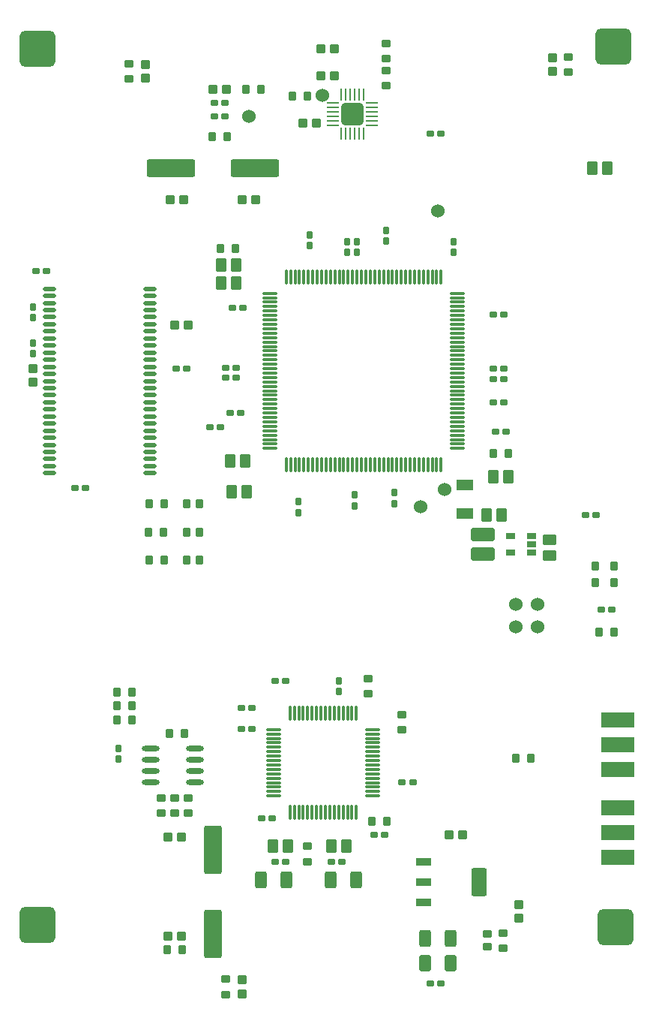
<source format=gtp>
G04*
G04 #@! TF.GenerationSoftware,Altium Limited,Altium Designer,20.0.13 (296)*
G04*
G04 Layer_Color=8421504*
%FSAX25Y25*%
%MOIN*%
G70*
G01*
G75*
%ADD15C,0.06000*%
G04:AMPARAMS|DCode=16|XSize=35mil|YSize=69.5mil|CornerRadius=5.25mil|HoleSize=0mil|Usage=FLASHONLY|Rotation=270.000|XOffset=0mil|YOffset=0mil|HoleType=Round|Shape=RoundedRectangle|*
%AMROUNDEDRECTD16*
21,1,0.03500,0.05900,0,0,270.0*
21,1,0.02450,0.06950,0,0,270.0*
1,1,0.01050,-0.02950,-0.01225*
1,1,0.01050,-0.02950,0.01225*
1,1,0.01050,0.02950,0.01225*
1,1,0.01050,0.02950,-0.01225*
%
%ADD16ROUNDEDRECTD16*%
G04:AMPARAMS|DCode=17|XSize=124mil|YSize=69.5mil|CornerRadius=10.43mil|HoleSize=0mil|Usage=FLASHONLY|Rotation=270.000|XOffset=0mil|YOffset=0mil|HoleType=Round|Shape=RoundedRectangle|*
%AMROUNDEDRECTD17*
21,1,0.12400,0.04865,0,0,270.0*
21,1,0.10315,0.06950,0,0,270.0*
1,1,0.02085,-0.02433,-0.05158*
1,1,0.02085,-0.02433,0.05158*
1,1,0.02085,0.02433,0.05158*
1,1,0.02085,0.02433,-0.05158*
%
%ADD17ROUNDEDRECTD17*%
G04:AMPARAMS|DCode=18|XSize=39.37mil|YSize=39.37mil|CornerRadius=5.91mil|HoleSize=0mil|Usage=FLASHONLY|Rotation=90.000|XOffset=0mil|YOffset=0mil|HoleType=Round|Shape=RoundedRectangle|*
%AMROUNDEDRECTD18*
21,1,0.03937,0.02756,0,0,90.0*
21,1,0.02756,0.03937,0,0,90.0*
1,1,0.01181,0.01378,0.01378*
1,1,0.01181,0.01378,-0.01378*
1,1,0.01181,-0.01378,-0.01378*
1,1,0.01181,-0.01378,0.01378*
%
%ADD18ROUNDEDRECTD18*%
G04:AMPARAMS|DCode=19|XSize=39.37mil|YSize=35.43mil|CornerRadius=5.32mil|HoleSize=0mil|Usage=FLASHONLY|Rotation=0.000|XOffset=0mil|YOffset=0mil|HoleType=Round|Shape=RoundedRectangle|*
%AMROUNDEDRECTD19*
21,1,0.03937,0.02480,0,0,0.0*
21,1,0.02874,0.03543,0,0,0.0*
1,1,0.01063,0.01437,-0.01240*
1,1,0.01063,-0.01437,-0.01240*
1,1,0.01063,-0.01437,0.01240*
1,1,0.01063,0.01437,0.01240*
%
%ADD19ROUNDEDRECTD19*%
G04:AMPARAMS|DCode=20|XSize=39.37mil|YSize=39.37mil|CornerRadius=5.91mil|HoleSize=0mil|Usage=FLASHONLY|Rotation=180.000|XOffset=0mil|YOffset=0mil|HoleType=Round|Shape=RoundedRectangle|*
%AMROUNDEDRECTD20*
21,1,0.03937,0.02756,0,0,180.0*
21,1,0.02756,0.03937,0,0,180.0*
1,1,0.01181,-0.01378,0.01378*
1,1,0.01181,0.01378,0.01378*
1,1,0.01181,0.01378,-0.01378*
1,1,0.01181,-0.01378,-0.01378*
%
%ADD20ROUNDEDRECTD20*%
G04:AMPARAMS|DCode=21|XSize=74.8mil|YSize=47.24mil|CornerRadius=7.09mil|HoleSize=0mil|Usage=FLASHONLY|Rotation=0.000|XOffset=0mil|YOffset=0mil|HoleType=Round|Shape=RoundedRectangle|*
%AMROUNDEDRECTD21*
21,1,0.07480,0.03307,0,0,0.0*
21,1,0.06063,0.04724,0,0,0.0*
1,1,0.01417,0.03032,-0.01654*
1,1,0.01417,-0.03032,-0.01654*
1,1,0.01417,-0.03032,0.01654*
1,1,0.01417,0.03032,0.01654*
%
%ADD21ROUNDEDRECTD21*%
G04:AMPARAMS|DCode=22|XSize=160mil|YSize=160mil|CornerRadius=24mil|HoleSize=0mil|Usage=FLASHONLY|Rotation=0.000|XOffset=0mil|YOffset=0mil|HoleType=Round|Shape=RoundedRectangle|*
%AMROUNDEDRECTD22*
21,1,0.16000,0.11200,0,0,0.0*
21,1,0.11200,0.16000,0,0,0.0*
1,1,0.04800,0.05600,-0.05600*
1,1,0.04800,-0.05600,-0.05600*
1,1,0.04800,-0.05600,0.05600*
1,1,0.04800,0.05600,0.05600*
%
%ADD22ROUNDEDRECTD22*%
G04:AMPARAMS|DCode=23|XSize=31.5mil|YSize=39.37mil|CornerRadius=4.72mil|HoleSize=0mil|Usage=FLASHONLY|Rotation=0.000|XOffset=0mil|YOffset=0mil|HoleType=Round|Shape=RoundedRectangle|*
%AMROUNDEDRECTD23*
21,1,0.03150,0.02992,0,0,0.0*
21,1,0.02205,0.03937,0,0,0.0*
1,1,0.00945,0.01102,-0.01496*
1,1,0.00945,-0.01102,-0.01496*
1,1,0.00945,-0.01102,0.01496*
1,1,0.00945,0.01102,0.01496*
%
%ADD23ROUNDEDRECTD23*%
%ADD24O,0.07087X0.01181*%
%ADD25O,0.01181X0.07087*%
G04:AMPARAMS|DCode=26|XSize=216.54mil|YSize=78.74mil|CornerRadius=11.81mil|HoleSize=0mil|Usage=FLASHONLY|Rotation=270.000|XOffset=0mil|YOffset=0mil|HoleType=Round|Shape=RoundedRectangle|*
%AMROUNDEDRECTD26*
21,1,0.21654,0.05512,0,0,270.0*
21,1,0.19291,0.07874,0,0,270.0*
1,1,0.02362,-0.02756,-0.09646*
1,1,0.02362,-0.02756,0.09646*
1,1,0.02362,0.02756,0.09646*
1,1,0.02362,0.02756,-0.09646*
%
%ADD26ROUNDEDRECTD26*%
G04:AMPARAMS|DCode=27|XSize=59.06mil|YSize=47.24mil|CornerRadius=7.09mil|HoleSize=0mil|Usage=FLASHONLY|Rotation=90.000|XOffset=0mil|YOffset=0mil|HoleType=Round|Shape=RoundedRectangle|*
%AMROUNDEDRECTD27*
21,1,0.05906,0.03307,0,0,90.0*
21,1,0.04488,0.04724,0,0,90.0*
1,1,0.01417,0.01654,0.02244*
1,1,0.01417,0.01654,-0.02244*
1,1,0.01417,-0.01654,-0.02244*
1,1,0.01417,-0.01654,0.02244*
%
%ADD27ROUNDEDRECTD27*%
%ADD28O,0.06890X0.01181*%
%ADD29O,0.01181X0.06890*%
G04:AMPARAMS|DCode=30|XSize=74.8mil|YSize=51.18mil|CornerRadius=7.68mil|HoleSize=0mil|Usage=FLASHONLY|Rotation=90.000|XOffset=0mil|YOffset=0mil|HoleType=Round|Shape=RoundedRectangle|*
%AMROUNDEDRECTD30*
21,1,0.07480,0.03583,0,0,90.0*
21,1,0.05945,0.05118,0,0,90.0*
1,1,0.01535,0.01791,0.02972*
1,1,0.01535,0.01791,-0.02972*
1,1,0.01535,-0.01791,-0.02972*
1,1,0.01535,-0.01791,0.02972*
%
%ADD30ROUNDEDRECTD30*%
%ADD31O,0.00984X0.05512*%
%ADD32O,0.05512X0.00984*%
G04:AMPARAMS|DCode=33|XSize=98.43mil|YSize=98.43mil|CornerRadius=14.76mil|HoleSize=0mil|Usage=FLASHONLY|Rotation=90.000|XOffset=0mil|YOffset=0mil|HoleType=Round|Shape=RoundedRectangle|*
%AMROUNDEDRECTD33*
21,1,0.09843,0.06890,0,0,90.0*
21,1,0.06890,0.09843,0,0,90.0*
1,1,0.02953,0.03445,0.03445*
1,1,0.02953,0.03445,-0.03445*
1,1,0.02953,-0.03445,-0.03445*
1,1,0.02953,-0.03445,0.03445*
%
%ADD33ROUNDEDRECTD33*%
G04:AMPARAMS|DCode=34|XSize=25.59mil|YSize=43.31mil|CornerRadius=3.84mil|HoleSize=0mil|Usage=FLASHONLY|Rotation=270.000|XOffset=0mil|YOffset=0mil|HoleType=Round|Shape=RoundedRectangle|*
%AMROUNDEDRECTD34*
21,1,0.02559,0.03563,0,0,270.0*
21,1,0.01791,0.04331,0,0,270.0*
1,1,0.00768,-0.01782,-0.00896*
1,1,0.00768,-0.01782,0.00896*
1,1,0.00768,0.01782,0.00896*
1,1,0.00768,0.01782,-0.00896*
%
%ADD34ROUNDEDRECTD34*%
%ADD35O,0.05906X0.02165*%
%ADD36O,0.07874X0.02362*%
G04:AMPARAMS|DCode=37|XSize=59.06mil|YSize=106.3mil|CornerRadius=8.86mil|HoleSize=0mil|Usage=FLASHONLY|Rotation=90.000|XOffset=0mil|YOffset=0mil|HoleType=Round|Shape=RoundedRectangle|*
%AMROUNDEDRECTD37*
21,1,0.05906,0.08858,0,0,90.0*
21,1,0.04134,0.10630,0,0,90.0*
1,1,0.01772,0.04429,0.02067*
1,1,0.01772,0.04429,-0.02067*
1,1,0.01772,-0.04429,-0.02067*
1,1,0.01772,-0.04429,0.02067*
%
%ADD37ROUNDEDRECTD37*%
G04:AMPARAMS|DCode=38|XSize=23.62mil|YSize=31.5mil|CornerRadius=3.54mil|HoleSize=0mil|Usage=FLASHONLY|Rotation=270.000|XOffset=0mil|YOffset=0mil|HoleType=Round|Shape=RoundedRectangle|*
%AMROUNDEDRECTD38*
21,1,0.02362,0.02441,0,0,270.0*
21,1,0.01654,0.03150,0,0,270.0*
1,1,0.00709,-0.01221,-0.00827*
1,1,0.00709,-0.01221,0.00827*
1,1,0.00709,0.01221,0.00827*
1,1,0.00709,0.01221,-0.00827*
%
%ADD38ROUNDEDRECTD38*%
G04:AMPARAMS|DCode=39|XSize=39.37mil|YSize=35.43mil|CornerRadius=5.32mil|HoleSize=0mil|Usage=FLASHONLY|Rotation=270.000|XOffset=0mil|YOffset=0mil|HoleType=Round|Shape=RoundedRectangle|*
%AMROUNDEDRECTD39*
21,1,0.03937,0.02480,0,0,270.0*
21,1,0.02874,0.03543,0,0,270.0*
1,1,0.01063,-0.01240,-0.01437*
1,1,0.01063,-0.01240,0.01437*
1,1,0.01063,0.01240,0.01437*
1,1,0.01063,0.01240,-0.01437*
%
%ADD39ROUNDEDRECTD39*%
G04:AMPARAMS|DCode=40|XSize=68.9mil|YSize=149.61mil|CornerRadius=8.61mil|HoleSize=0mil|Usage=FLASHONLY|Rotation=90.000|XOffset=0mil|YOffset=0mil|HoleType=Round|Shape=RoundedRectangle|*
%AMROUNDEDRECTD40*
21,1,0.06890,0.13238,0,0,90.0*
21,1,0.05167,0.14961,0,0,90.0*
1,1,0.01722,0.06619,0.02584*
1,1,0.01722,0.06619,-0.02584*
1,1,0.01722,-0.06619,-0.02584*
1,1,0.01722,-0.06619,0.02584*
%
%ADD40ROUNDEDRECTD40*%
G04:AMPARAMS|DCode=41|XSize=59.06mil|YSize=47.24mil|CornerRadius=7.09mil|HoleSize=0mil|Usage=FLASHONLY|Rotation=0.000|XOffset=0mil|YOffset=0mil|HoleType=Round|Shape=RoundedRectangle|*
%AMROUNDEDRECTD41*
21,1,0.05906,0.03307,0,0,0.0*
21,1,0.04488,0.04724,0,0,0.0*
1,1,0.01417,0.02244,-0.01654*
1,1,0.01417,-0.02244,-0.01654*
1,1,0.01417,-0.02244,0.01654*
1,1,0.01417,0.02244,0.01654*
%
%ADD41ROUNDEDRECTD41*%
G04:AMPARAMS|DCode=42|XSize=216.54mil|YSize=78.74mil|CornerRadius=11.81mil|HoleSize=0mil|Usage=FLASHONLY|Rotation=0.000|XOffset=0mil|YOffset=0mil|HoleType=Round|Shape=RoundedRectangle|*
%AMROUNDEDRECTD42*
21,1,0.21654,0.05512,0,0,0.0*
21,1,0.19291,0.07874,0,0,0.0*
1,1,0.02362,0.09646,-0.02756*
1,1,0.02362,-0.09646,-0.02756*
1,1,0.02362,-0.09646,0.02756*
1,1,0.02362,0.09646,0.02756*
%
%ADD42ROUNDEDRECTD42*%
G04:AMPARAMS|DCode=43|XSize=31.5mil|YSize=39.37mil|CornerRadius=4.72mil|HoleSize=0mil|Usage=FLASHONLY|Rotation=90.000|XOffset=0mil|YOffset=0mil|HoleType=Round|Shape=RoundedRectangle|*
%AMROUNDEDRECTD43*
21,1,0.03150,0.02992,0,0,90.0*
21,1,0.02205,0.03937,0,0,90.0*
1,1,0.00945,0.01496,0.01102*
1,1,0.00945,0.01496,-0.01102*
1,1,0.00945,-0.01496,-0.01102*
1,1,0.00945,-0.01496,0.01102*
%
%ADD43ROUNDEDRECTD43*%
G04:AMPARAMS|DCode=44|XSize=70.87mil|YSize=51.18mil|CornerRadius=7.68mil|HoleSize=0mil|Usage=FLASHONLY|Rotation=90.000|XOffset=0mil|YOffset=0mil|HoleType=Round|Shape=RoundedRectangle|*
%AMROUNDEDRECTD44*
21,1,0.07087,0.03583,0,0,90.0*
21,1,0.05551,0.05118,0,0,90.0*
1,1,0.01535,0.01791,0.02776*
1,1,0.01535,0.01791,-0.02776*
1,1,0.01535,-0.01791,-0.02776*
1,1,0.01535,-0.01791,0.02776*
%
%ADD44ROUNDEDRECTD44*%
G04:AMPARAMS|DCode=45|XSize=23.62mil|YSize=31.5mil|CornerRadius=3.54mil|HoleSize=0mil|Usage=FLASHONLY|Rotation=0.000|XOffset=0mil|YOffset=0mil|HoleType=Round|Shape=RoundedRectangle|*
%AMROUNDEDRECTD45*
21,1,0.02362,0.02441,0,0,0.0*
21,1,0.01654,0.03150,0,0,0.0*
1,1,0.00709,0.00827,-0.01221*
1,1,0.00709,-0.00827,-0.01221*
1,1,0.00709,-0.00827,0.01221*
1,1,0.00709,0.00827,0.01221*
%
%ADD45ROUNDEDRECTD45*%
D15*
X0366142Y0531496D02*
D03*
X0363000Y0655000D02*
D03*
X0355315Y0523622D02*
D03*
X0311811Y0706299D02*
D03*
X0279000Y0697000D02*
D03*
X0407480Y0470472D02*
D03*
X0397638Y0480315D02*
D03*
X0407480D02*
D03*
X0397638Y0470472D02*
D03*
D16*
X0356725Y0366100D02*
D03*
Y0357000D02*
D03*
Y0347900D02*
D03*
D17*
X0381275Y0357000D02*
D03*
D18*
X0374150Y0378000D02*
D03*
X0367850D02*
D03*
X0310850Y0727000D02*
D03*
X0317150D02*
D03*
X0245850Y0604500D02*
D03*
X0252150D02*
D03*
X0262850Y0709000D02*
D03*
X0269150D02*
D03*
X0310850Y0715000D02*
D03*
X0317150D02*
D03*
X0250150Y0660000D02*
D03*
X0243850D02*
D03*
X0282150D02*
D03*
X0275850D02*
D03*
X0309150Y0694000D02*
D03*
X0302850D02*
D03*
X0249150Y0377000D02*
D03*
X0242850D02*
D03*
Y0333000D02*
D03*
X0249150D02*
D03*
D19*
X0268500Y0313846D02*
D03*
Y0307154D02*
D03*
X0225500Y0713654D02*
D03*
Y0720346D02*
D03*
X0421000Y0716653D02*
D03*
Y0723347D02*
D03*
X0392000Y0334347D02*
D03*
Y0327654D02*
D03*
X0305000Y0372847D02*
D03*
Y0366154D02*
D03*
X0252000Y0394346D02*
D03*
Y0387653D02*
D03*
X0246000D02*
D03*
Y0394346D02*
D03*
X0240000D02*
D03*
Y0387653D02*
D03*
X0340000Y0729347D02*
D03*
Y0722653D02*
D03*
Y0710653D02*
D03*
Y0717346D02*
D03*
X0332000Y0447346D02*
D03*
Y0440654D02*
D03*
X0347000Y0431347D02*
D03*
Y0424653D02*
D03*
D20*
X0276000Y0313650D02*
D03*
Y0307350D02*
D03*
X0414000Y0723150D02*
D03*
Y0716850D02*
D03*
X0233000Y0720150D02*
D03*
Y0713850D02*
D03*
X0399000Y0340850D02*
D03*
Y0347150D02*
D03*
X0183000Y0585150D02*
D03*
Y0578850D02*
D03*
D21*
X0375000Y0533299D02*
D03*
Y0520701D02*
D03*
D22*
X0185000Y0338000D02*
D03*
Y0727000D02*
D03*
X0442000Y0337000D02*
D03*
X0441000Y0728000D02*
D03*
D23*
X0256835Y0524961D02*
D03*
X0251323D02*
D03*
Y0499961D02*
D03*
X0256835D02*
D03*
Y0512461D02*
D03*
X0251323D02*
D03*
D24*
X0288465Y0618449D02*
D03*
Y0616480D02*
D03*
Y0614512D02*
D03*
Y0612543D02*
D03*
Y0610575D02*
D03*
Y0608606D02*
D03*
Y0606638D02*
D03*
Y0604669D02*
D03*
Y0602701D02*
D03*
Y0600732D02*
D03*
Y0598764D02*
D03*
Y0596795D02*
D03*
Y0594827D02*
D03*
Y0592858D02*
D03*
Y0590890D02*
D03*
Y0588921D02*
D03*
Y0586953D02*
D03*
Y0584984D02*
D03*
Y0583016D02*
D03*
Y0581047D02*
D03*
Y0579079D02*
D03*
Y0577110D02*
D03*
Y0575142D02*
D03*
Y0573173D02*
D03*
Y0571205D02*
D03*
Y0569236D02*
D03*
Y0567268D02*
D03*
Y0565299D02*
D03*
Y0563331D02*
D03*
Y0561362D02*
D03*
Y0559394D02*
D03*
Y0557425D02*
D03*
Y0555457D02*
D03*
Y0553488D02*
D03*
Y0551520D02*
D03*
Y0549551D02*
D03*
X0371535D02*
D03*
Y0551520D02*
D03*
Y0553488D02*
D03*
Y0555457D02*
D03*
Y0557425D02*
D03*
Y0559394D02*
D03*
Y0561362D02*
D03*
Y0563331D02*
D03*
Y0565299D02*
D03*
Y0567268D02*
D03*
Y0569236D02*
D03*
Y0571205D02*
D03*
Y0573173D02*
D03*
Y0575142D02*
D03*
Y0577110D02*
D03*
Y0579079D02*
D03*
Y0581047D02*
D03*
Y0583016D02*
D03*
Y0584984D02*
D03*
Y0586953D02*
D03*
Y0588921D02*
D03*
Y0590890D02*
D03*
Y0592858D02*
D03*
Y0594827D02*
D03*
Y0596795D02*
D03*
Y0598764D02*
D03*
Y0600732D02*
D03*
Y0602701D02*
D03*
Y0604669D02*
D03*
Y0606638D02*
D03*
Y0608606D02*
D03*
Y0610575D02*
D03*
Y0612543D02*
D03*
Y0614512D02*
D03*
Y0616480D02*
D03*
Y0618449D02*
D03*
D25*
X0295551Y0542465D02*
D03*
X0297520D02*
D03*
X0299488D02*
D03*
X0301457D02*
D03*
X0303425D02*
D03*
X0305394D02*
D03*
X0307362D02*
D03*
X0309331D02*
D03*
X0311299D02*
D03*
X0313268D02*
D03*
X0315236D02*
D03*
X0317205D02*
D03*
X0319173D02*
D03*
X0321142D02*
D03*
X0323110D02*
D03*
X0325079D02*
D03*
X0327047D02*
D03*
X0329016D02*
D03*
X0330984D02*
D03*
X0332953D02*
D03*
X0334921D02*
D03*
X0336890D02*
D03*
X0338858D02*
D03*
X0340827D02*
D03*
X0342795D02*
D03*
X0344764D02*
D03*
X0346732D02*
D03*
X0348701D02*
D03*
X0350669D02*
D03*
X0352638D02*
D03*
X0354606D02*
D03*
X0356575D02*
D03*
X0358543D02*
D03*
X0360512D02*
D03*
X0362480D02*
D03*
X0364449D02*
D03*
Y0625535D02*
D03*
X0362480D02*
D03*
X0360512D02*
D03*
X0358543D02*
D03*
X0356575D02*
D03*
X0354606D02*
D03*
X0352638D02*
D03*
X0350669D02*
D03*
X0348701D02*
D03*
X0346732D02*
D03*
X0344764D02*
D03*
X0342795D02*
D03*
X0340827D02*
D03*
X0338858D02*
D03*
X0336890D02*
D03*
X0334921D02*
D03*
X0332953D02*
D03*
X0330984D02*
D03*
X0329016D02*
D03*
X0327047D02*
D03*
X0325079D02*
D03*
X0323110D02*
D03*
X0321142D02*
D03*
X0319173D02*
D03*
X0317205D02*
D03*
X0315236D02*
D03*
X0313268D02*
D03*
X0311299D02*
D03*
X0309331D02*
D03*
X0307362D02*
D03*
X0305394D02*
D03*
X0303425D02*
D03*
X0301457D02*
D03*
X0299488D02*
D03*
X0297520D02*
D03*
X0295551D02*
D03*
D26*
X0263000Y0333898D02*
D03*
Y0371299D02*
D03*
D27*
X0296346Y0373000D02*
D03*
X0289653D02*
D03*
X0384653Y0520000D02*
D03*
X0391347D02*
D03*
X0277346Y0544000D02*
D03*
X0270654D02*
D03*
X0271153Y0530500D02*
D03*
X0277847D02*
D03*
X0273346Y0631000D02*
D03*
X0266653D02*
D03*
X0394346Y0537000D02*
D03*
X0387653D02*
D03*
X0273346Y0623000D02*
D03*
X0266653D02*
D03*
X0438346Y0674000D02*
D03*
X0431653D02*
D03*
X0315653Y0373000D02*
D03*
X0322346D02*
D03*
D28*
X0290051Y0395236D02*
D03*
Y0397205D02*
D03*
Y0399173D02*
D03*
Y0401142D02*
D03*
Y0403110D02*
D03*
Y0405079D02*
D03*
Y0407047D02*
D03*
Y0409016D02*
D03*
Y0410984D02*
D03*
Y0412953D02*
D03*
Y0414921D02*
D03*
Y0416890D02*
D03*
Y0418858D02*
D03*
Y0420827D02*
D03*
Y0422795D02*
D03*
Y0424764D02*
D03*
X0333949D02*
D03*
Y0422795D02*
D03*
Y0420827D02*
D03*
Y0418858D02*
D03*
Y0416890D02*
D03*
Y0414921D02*
D03*
Y0412953D02*
D03*
Y0410984D02*
D03*
Y0409016D02*
D03*
Y0407047D02*
D03*
Y0405079D02*
D03*
Y0403110D02*
D03*
Y0401142D02*
D03*
Y0399173D02*
D03*
Y0397205D02*
D03*
Y0395236D02*
D03*
D29*
X0297236Y0431949D02*
D03*
X0299205D02*
D03*
X0301173D02*
D03*
X0303142D02*
D03*
X0305110D02*
D03*
X0307079D02*
D03*
X0309047D02*
D03*
X0311016D02*
D03*
X0312984D02*
D03*
X0314953D02*
D03*
X0316921D02*
D03*
X0318890D02*
D03*
X0320858D02*
D03*
X0322827D02*
D03*
X0324795D02*
D03*
X0326764D02*
D03*
Y0388051D02*
D03*
X0324795D02*
D03*
X0322827D02*
D03*
X0320858D02*
D03*
X0318890D02*
D03*
X0316921D02*
D03*
X0314953D02*
D03*
X0312984D02*
D03*
X0311016D02*
D03*
X0309047D02*
D03*
X0307079D02*
D03*
X0305110D02*
D03*
X0303142D02*
D03*
X0301173D02*
D03*
X0299205D02*
D03*
X0297236D02*
D03*
D30*
X0295709Y0358000D02*
D03*
X0284291D02*
D03*
X0326709D02*
D03*
X0315291D02*
D03*
X0357291Y0332000D02*
D03*
X0368709D02*
D03*
D31*
X0320079Y0689240D02*
D03*
X0322047D02*
D03*
X0324016D02*
D03*
X0325984D02*
D03*
X0327953D02*
D03*
X0329921D02*
D03*
Y0706760D02*
D03*
X0327953D02*
D03*
X0325984D02*
D03*
X0324016D02*
D03*
X0322047D02*
D03*
X0320079D02*
D03*
D32*
X0333760Y0693079D02*
D03*
Y0695047D02*
D03*
Y0697016D02*
D03*
Y0698984D02*
D03*
Y0700953D02*
D03*
Y0702921D02*
D03*
X0316240D02*
D03*
Y0700953D02*
D03*
Y0698984D02*
D03*
Y0697016D02*
D03*
Y0695047D02*
D03*
Y0693079D02*
D03*
D33*
X0325000Y0698000D02*
D03*
D34*
X0395276Y0503260D02*
D03*
Y0510740D02*
D03*
X0404724D02*
D03*
Y0507000D02*
D03*
Y0503260D02*
D03*
D35*
X0190356Y0620445D02*
D03*
Y0617295D02*
D03*
Y0614146D02*
D03*
Y0610996D02*
D03*
Y0607846D02*
D03*
Y0604697D02*
D03*
Y0601547D02*
D03*
Y0598398D02*
D03*
Y0595248D02*
D03*
Y0592098D02*
D03*
Y0588949D02*
D03*
Y0585799D02*
D03*
Y0582650D02*
D03*
Y0579500D02*
D03*
Y0576350D02*
D03*
Y0573201D02*
D03*
Y0570051D02*
D03*
Y0566902D02*
D03*
Y0563752D02*
D03*
Y0560602D02*
D03*
Y0557453D02*
D03*
Y0554303D02*
D03*
Y0551154D02*
D03*
Y0548004D02*
D03*
Y0544854D02*
D03*
Y0541705D02*
D03*
Y0538555D02*
D03*
X0234844Y0620445D02*
D03*
Y0617295D02*
D03*
Y0614146D02*
D03*
Y0610996D02*
D03*
Y0607846D02*
D03*
Y0604697D02*
D03*
Y0601547D02*
D03*
Y0598398D02*
D03*
Y0595248D02*
D03*
Y0592098D02*
D03*
Y0588949D02*
D03*
Y0585799D02*
D03*
Y0582650D02*
D03*
Y0579500D02*
D03*
Y0576350D02*
D03*
Y0573201D02*
D03*
Y0570051D02*
D03*
Y0566902D02*
D03*
Y0563752D02*
D03*
Y0560602D02*
D03*
Y0557453D02*
D03*
Y0554303D02*
D03*
Y0551154D02*
D03*
Y0548004D02*
D03*
Y0544854D02*
D03*
Y0541705D02*
D03*
Y0538555D02*
D03*
D36*
X0235157Y0416500D02*
D03*
Y0411500D02*
D03*
Y0406500D02*
D03*
Y0401500D02*
D03*
X0254842Y0416500D02*
D03*
Y0411500D02*
D03*
Y0406500D02*
D03*
Y0401500D02*
D03*
D37*
X0383000Y0511331D02*
D03*
Y0502669D02*
D03*
D38*
X0435638Y0478000D02*
D03*
X0440362D02*
D03*
X0268638Y0581000D02*
D03*
X0273362D02*
D03*
X0270638Y0565500D02*
D03*
X0275362D02*
D03*
X0184238Y0628500D02*
D03*
X0188962D02*
D03*
X0433362Y0520000D02*
D03*
X0428638D02*
D03*
X0392362Y0609000D02*
D03*
X0387638D02*
D03*
X0251362Y0585000D02*
D03*
X0246638D02*
D03*
X0392362Y0580500D02*
D03*
X0387638D02*
D03*
X0268638Y0585500D02*
D03*
X0273362D02*
D03*
X0261638Y0559000D02*
D03*
X0266362D02*
D03*
X0392362Y0585000D02*
D03*
X0387638D02*
D03*
X0284638Y0385500D02*
D03*
X0289362D02*
D03*
X0206462Y0532000D02*
D03*
X0201738D02*
D03*
X0271638Y0612000D02*
D03*
X0276362D02*
D03*
X0263638Y0703000D02*
D03*
X0268362D02*
D03*
X0393362Y0557000D02*
D03*
X0388638D02*
D03*
X0364362Y0689500D02*
D03*
X0359638D02*
D03*
X0268362Y0697000D02*
D03*
X0263638D02*
D03*
X0364362Y0312000D02*
D03*
X0359638D02*
D03*
X0290638Y0366000D02*
D03*
X0295362D02*
D03*
X0392362Y0570000D02*
D03*
X0387638D02*
D03*
X0320362Y0366000D02*
D03*
X0315638D02*
D03*
X0339362Y0378000D02*
D03*
X0334638D02*
D03*
X0275638Y0434500D02*
D03*
X0280362D02*
D03*
X0351862Y0401500D02*
D03*
X0347138D02*
D03*
X0290638Y0446500D02*
D03*
X0295362D02*
D03*
X0275638Y0425000D02*
D03*
X0280362D02*
D03*
D39*
X0434654Y0468000D02*
D03*
X0441347D02*
D03*
X0433000Y0490000D02*
D03*
X0441268D02*
D03*
Y0497480D02*
D03*
X0433000D02*
D03*
X0394346Y0547500D02*
D03*
X0387653D02*
D03*
X0284347Y0709000D02*
D03*
X0277654D02*
D03*
X0234653Y0500000D02*
D03*
X0241347D02*
D03*
X0242653Y0327000D02*
D03*
X0249346D02*
D03*
X0397654Y0412000D02*
D03*
X0404347D02*
D03*
X0240846Y0512500D02*
D03*
X0234154D02*
D03*
X0234653Y0525000D02*
D03*
X0241347D02*
D03*
X0304921Y0705905D02*
D03*
X0298228D02*
D03*
X0333653Y0384000D02*
D03*
X0340347D02*
D03*
X0243653Y0423000D02*
D03*
X0250346D02*
D03*
X0220153Y0441500D02*
D03*
X0226847D02*
D03*
X0226847Y0435500D02*
D03*
X0220153D02*
D03*
X0226847Y0429000D02*
D03*
X0220153D02*
D03*
X0272847Y0638500D02*
D03*
X0266154D02*
D03*
X0262653Y0688000D02*
D03*
X0269346D02*
D03*
D40*
X0443000Y0368094D02*
D03*
Y0389906D02*
D03*
Y0379000D02*
D03*
Y0407094D02*
D03*
Y0428905D02*
D03*
Y0418000D02*
D03*
D41*
X0412500Y0508847D02*
D03*
Y0502153D02*
D03*
D42*
X0281701Y0674000D02*
D03*
X0244299D02*
D03*
D43*
X0385039Y0333835D02*
D03*
Y0328323D02*
D03*
D44*
X0357291Y0321000D02*
D03*
X0368709D02*
D03*
D45*
X0327000Y0641362D02*
D03*
Y0636638D02*
D03*
X0322500Y0641362D02*
D03*
Y0636638D02*
D03*
X0343500Y0525138D02*
D03*
Y0529862D02*
D03*
X0301000Y0521138D02*
D03*
Y0525862D02*
D03*
X0326000Y0524138D02*
D03*
Y0528862D02*
D03*
X0306000Y0644362D02*
D03*
Y0639638D02*
D03*
X0183000Y0607638D02*
D03*
Y0612362D02*
D03*
Y0591638D02*
D03*
Y0596362D02*
D03*
X0370000Y0641362D02*
D03*
Y0636638D02*
D03*
X0319000Y0446362D02*
D03*
Y0441638D02*
D03*
X0221000Y0416362D02*
D03*
Y0411638D02*
D03*
X0340000Y0646362D02*
D03*
Y0641638D02*
D03*
M02*

</source>
